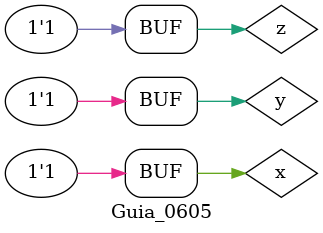
<source format=v>

module fxyz (output s,
 input x,
 input y,
 input z);
// definir dado local
 wire not_y;
 wire not_z;
 wire s1;
 wire s2;
// descrever por portas
 not NOT1 (not_y, y);
 not NOT2 (not_z, z);
 and AND1 (s1, x, not_y);
 and AND2 (s2, x, not_z);
 or OR1 (s, s1, s2);
endmodule // fxyz


module test (output s,
 input x,
 input y,
 input z);
// descrever por expressao
 assign s = (x & ~y) | (x & ~z);
endmodule // test

module Guia_0605;
// ------------------------- definir dados
 reg x;
 reg y;
 reg z;
 wire a, b;
 fxyz moduloA (a, x, y, z);
 test moduloB (b, x, y, z);
// ------------------------- parte principal
 initial
 begin : main
 $display("Guia_0605 - Luana Policarpo de Castro - 752657");
 $display("   x    y    z    a    b");
 // projetar testes do modulo
 $monitor("%4b %4b %4b %4b %4b", x, y, z, a, b);
 x = 1'b0; y = 1'b0; z = 1'b0;

 #1 x = 1'b0; y = 1'b0; z = 1'b0;
 #1 x = 1'b0; y = 1'b0; z = 1'b1;
 #1 x = 1'b0; y = 1'b1; z = 1'b0;
 #1 x = 1'b0; y = 1'b1; z = 1'b1;
 #1 x = 1'b1; y = 1'b0; z = 1'b0;
 #1 x = 1'b1; y = 1'b0; z = 1'b1;
 #1 x = 1'b1; y = 1'b1; z = 1'b0;
 #1 x = 1'b1; y = 1'b1; z = 1'b1;
 end
endmodule // Guia_0605
</source>
